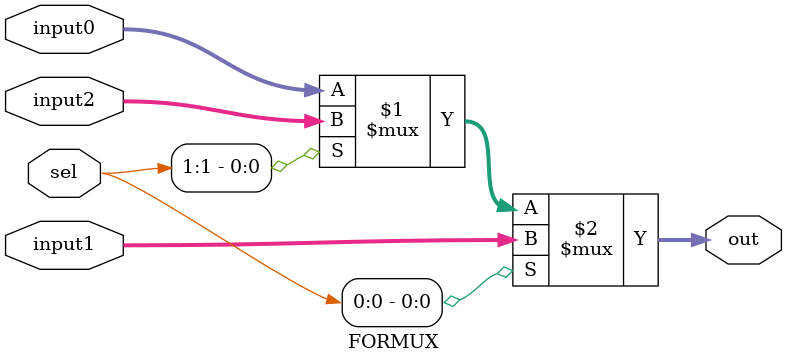
<source format=v>
`timescale 1ns / 1ps


module FORMUX(
        input [31:0] input0,
        input [31:0] input1, //from memory
        input [31:0] input2, // from ALU
        input [1:0] sel, // sel[0]: memory sel[1]: ALU
        output [31:0] out
    );
    assign out = (sel[0]?input1:(sel[1]?input2:input0));
endmodule

</source>
